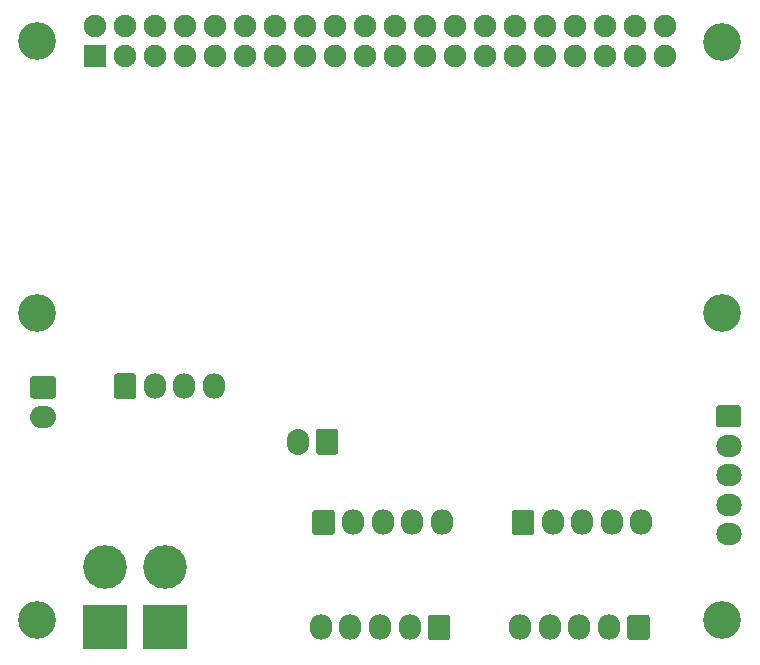
<source format=gbr>
G04 #@! TF.GenerationSoftware,KiCad,Pcbnew,(5.1.5)-3*
G04 #@! TF.CreationDate,2020-02-23T12:43:37-05:00*
G04 #@! TF.ProjectId,Zynth-encoder_power_display_fan,5a796e74-682d-4656-9e63-6f6465725f70,rev?*
G04 #@! TF.SameCoordinates,Original*
G04 #@! TF.FileFunction,Soldermask,Bot*
G04 #@! TF.FilePolarity,Negative*
%FSLAX46Y46*%
G04 Gerber Fmt 4.6, Leading zero omitted, Abs format (unit mm)*
G04 Created by KiCad (PCBNEW (5.1.5)-3) date 2020-02-23 12:43:37*
%MOMM*%
%LPD*%
G04 APERTURE LIST*
%ADD10O,1.900000X2.150000*%
%ADD11C,0.150000*%
%ADD12O,2.150000X1.900000*%
%ADD13O,1.900000X2.200000*%
%ADD14O,2.200000X1.900000*%
%ADD15C,3.200000*%
%ADD16C,3.700120*%
%ADD17R,3.700120X3.700120*%
%ADD18R,1.900000X1.900000*%
%ADD19O,1.900000X1.900000*%
G04 APERTURE END LIST*
D10*
G04 #@! TO.C,PWR1*
X97000000Y-93500000D03*
X94500000Y-93500000D03*
X92000000Y-93500000D03*
D11*
G36*
X90197975Y-92426345D02*
G01*
X90225099Y-92430369D01*
X90251697Y-92437031D01*
X90277514Y-92446269D01*
X90302302Y-92457993D01*
X90325821Y-92472089D01*
X90347845Y-92488424D01*
X90368162Y-92506838D01*
X90386576Y-92527155D01*
X90402911Y-92549179D01*
X90417007Y-92572698D01*
X90428731Y-92597486D01*
X90437969Y-92623303D01*
X90444631Y-92649901D01*
X90448655Y-92677025D01*
X90450000Y-92704412D01*
X90450000Y-94295588D01*
X90448655Y-94322975D01*
X90444631Y-94350099D01*
X90437969Y-94376697D01*
X90428731Y-94402514D01*
X90417007Y-94427302D01*
X90402911Y-94450821D01*
X90386576Y-94472845D01*
X90368162Y-94493162D01*
X90347845Y-94511576D01*
X90325821Y-94527911D01*
X90302302Y-94542007D01*
X90277514Y-94553731D01*
X90251697Y-94562969D01*
X90225099Y-94569631D01*
X90197975Y-94573655D01*
X90170588Y-94575000D01*
X88829412Y-94575000D01*
X88802025Y-94573655D01*
X88774901Y-94569631D01*
X88748303Y-94562969D01*
X88722486Y-94553731D01*
X88697698Y-94542007D01*
X88674179Y-94527911D01*
X88652155Y-94511576D01*
X88631838Y-94493162D01*
X88613424Y-94472845D01*
X88597089Y-94450821D01*
X88582993Y-94427302D01*
X88571269Y-94402514D01*
X88562031Y-94376697D01*
X88555369Y-94350099D01*
X88551345Y-94322975D01*
X88550000Y-94295588D01*
X88550000Y-92704412D01*
X88551345Y-92677025D01*
X88555369Y-92649901D01*
X88562031Y-92623303D01*
X88571269Y-92597486D01*
X88582993Y-92572698D01*
X88597089Y-92549179D01*
X88613424Y-92527155D01*
X88631838Y-92506838D01*
X88652155Y-92488424D01*
X88674179Y-92472089D01*
X88697698Y-92457993D01*
X88722486Y-92446269D01*
X88748303Y-92437031D01*
X88774901Y-92430369D01*
X88802025Y-92426345D01*
X88829412Y-92425000D01*
X90170588Y-92425000D01*
X90197975Y-92426345D01*
G37*
G04 #@! TD*
G04 #@! TO.C,E5*
G36*
X141411975Y-95103345D02*
G01*
X141439099Y-95107369D01*
X141465697Y-95114031D01*
X141491514Y-95123269D01*
X141516302Y-95134993D01*
X141539821Y-95149089D01*
X141561845Y-95165424D01*
X141582162Y-95183838D01*
X141600576Y-95204155D01*
X141616911Y-95226179D01*
X141631007Y-95249698D01*
X141642731Y-95274486D01*
X141651969Y-95300303D01*
X141658631Y-95326901D01*
X141662655Y-95354025D01*
X141664000Y-95381412D01*
X141664000Y-96722588D01*
X141662655Y-96749975D01*
X141658631Y-96777099D01*
X141651969Y-96803697D01*
X141642731Y-96829514D01*
X141631007Y-96854302D01*
X141616911Y-96877821D01*
X141600576Y-96899845D01*
X141582162Y-96920162D01*
X141561845Y-96938576D01*
X141539821Y-96954911D01*
X141516302Y-96969007D01*
X141491514Y-96980731D01*
X141465697Y-96989969D01*
X141439099Y-96996631D01*
X141411975Y-97000655D01*
X141384588Y-97002000D01*
X139793412Y-97002000D01*
X139766025Y-97000655D01*
X139738901Y-96996631D01*
X139712303Y-96989969D01*
X139686486Y-96980731D01*
X139661698Y-96969007D01*
X139638179Y-96954911D01*
X139616155Y-96938576D01*
X139595838Y-96920162D01*
X139577424Y-96899845D01*
X139561089Y-96877821D01*
X139546993Y-96854302D01*
X139535269Y-96829514D01*
X139526031Y-96803697D01*
X139519369Y-96777099D01*
X139515345Y-96749975D01*
X139514000Y-96722588D01*
X139514000Y-95381412D01*
X139515345Y-95354025D01*
X139519369Y-95326901D01*
X139526031Y-95300303D01*
X139535269Y-95274486D01*
X139546993Y-95249698D01*
X139561089Y-95226179D01*
X139577424Y-95204155D01*
X139595838Y-95183838D01*
X139616155Y-95165424D01*
X139638179Y-95149089D01*
X139661698Y-95134993D01*
X139686486Y-95123269D01*
X139712303Y-95114031D01*
X139738901Y-95107369D01*
X139766025Y-95103345D01*
X139793412Y-95102000D01*
X141384588Y-95102000D01*
X141411975Y-95103345D01*
G37*
D12*
X140589000Y-98552000D03*
X140589000Y-101052000D03*
X140589000Y-103552000D03*
X140589000Y-106052000D03*
G04 #@! TD*
D13*
G04 #@! TO.C,PWR3*
X104100000Y-98200000D03*
D11*
G36*
X107297975Y-97101345D02*
G01*
X107325099Y-97105369D01*
X107351697Y-97112031D01*
X107377514Y-97121269D01*
X107402302Y-97132993D01*
X107425821Y-97147089D01*
X107447845Y-97163424D01*
X107468162Y-97181838D01*
X107486576Y-97202155D01*
X107502911Y-97224179D01*
X107517007Y-97247698D01*
X107528731Y-97272486D01*
X107537969Y-97298303D01*
X107544631Y-97324901D01*
X107548655Y-97352025D01*
X107550000Y-97379412D01*
X107550000Y-99020588D01*
X107548655Y-99047975D01*
X107544631Y-99075099D01*
X107537969Y-99101697D01*
X107528731Y-99127514D01*
X107517007Y-99152302D01*
X107502911Y-99175821D01*
X107486576Y-99197845D01*
X107468162Y-99218162D01*
X107447845Y-99236576D01*
X107425821Y-99252911D01*
X107402302Y-99267007D01*
X107377514Y-99278731D01*
X107351697Y-99287969D01*
X107325099Y-99294631D01*
X107297975Y-99298655D01*
X107270588Y-99300000D01*
X105929412Y-99300000D01*
X105902025Y-99298655D01*
X105874901Y-99294631D01*
X105848303Y-99287969D01*
X105822486Y-99278731D01*
X105797698Y-99267007D01*
X105774179Y-99252911D01*
X105752155Y-99236576D01*
X105731838Y-99218162D01*
X105713424Y-99197845D01*
X105697089Y-99175821D01*
X105682993Y-99152302D01*
X105671269Y-99127514D01*
X105662031Y-99101697D01*
X105655369Y-99075099D01*
X105651345Y-99047975D01*
X105650000Y-99020588D01*
X105650000Y-97379412D01*
X105651345Y-97352025D01*
X105655369Y-97324901D01*
X105662031Y-97298303D01*
X105671269Y-97272486D01*
X105682993Y-97247698D01*
X105697089Y-97224179D01*
X105713424Y-97202155D01*
X105731838Y-97181838D01*
X105752155Y-97163424D01*
X105774179Y-97147089D01*
X105797698Y-97132993D01*
X105822486Y-97121269D01*
X105848303Y-97112031D01*
X105874901Y-97105369D01*
X105902025Y-97101345D01*
X105929412Y-97100000D01*
X107270588Y-97100000D01*
X107297975Y-97101345D01*
G37*
G04 #@! TD*
D10*
G04 #@! TO.C,E4*
X133190000Y-105029000D03*
X130690000Y-105029000D03*
X128190000Y-105029000D03*
X125690000Y-105029000D03*
D11*
G36*
X123887975Y-103955345D02*
G01*
X123915099Y-103959369D01*
X123941697Y-103966031D01*
X123967514Y-103975269D01*
X123992302Y-103986993D01*
X124015821Y-104001089D01*
X124037845Y-104017424D01*
X124058162Y-104035838D01*
X124076576Y-104056155D01*
X124092911Y-104078179D01*
X124107007Y-104101698D01*
X124118731Y-104126486D01*
X124127969Y-104152303D01*
X124134631Y-104178901D01*
X124138655Y-104206025D01*
X124140000Y-104233412D01*
X124140000Y-105824588D01*
X124138655Y-105851975D01*
X124134631Y-105879099D01*
X124127969Y-105905697D01*
X124118731Y-105931514D01*
X124107007Y-105956302D01*
X124092911Y-105979821D01*
X124076576Y-106001845D01*
X124058162Y-106022162D01*
X124037845Y-106040576D01*
X124015821Y-106056911D01*
X123992302Y-106071007D01*
X123967514Y-106082731D01*
X123941697Y-106091969D01*
X123915099Y-106098631D01*
X123887975Y-106102655D01*
X123860588Y-106104000D01*
X122519412Y-106104000D01*
X122492025Y-106102655D01*
X122464901Y-106098631D01*
X122438303Y-106091969D01*
X122412486Y-106082731D01*
X122387698Y-106071007D01*
X122364179Y-106056911D01*
X122342155Y-106040576D01*
X122321838Y-106022162D01*
X122303424Y-106001845D01*
X122287089Y-105979821D01*
X122272993Y-105956302D01*
X122261269Y-105931514D01*
X122252031Y-105905697D01*
X122245369Y-105879099D01*
X122241345Y-105851975D01*
X122240000Y-105824588D01*
X122240000Y-104233412D01*
X122241345Y-104206025D01*
X122245369Y-104178901D01*
X122252031Y-104152303D01*
X122261269Y-104126486D01*
X122272993Y-104101698D01*
X122287089Y-104078179D01*
X122303424Y-104056155D01*
X122321838Y-104035838D01*
X122342155Y-104017424D01*
X122364179Y-104001089D01*
X122387698Y-103986993D01*
X122412486Y-103975269D01*
X122438303Y-103966031D01*
X122464901Y-103959369D01*
X122492025Y-103955345D01*
X122519412Y-103954000D01*
X123860588Y-103954000D01*
X123887975Y-103955345D01*
G37*
G04 #@! TD*
D10*
G04 #@! TO.C,E3*
X116299000Y-105029000D03*
X113799000Y-105029000D03*
X111299000Y-105029000D03*
X108799000Y-105029000D03*
D11*
G36*
X106996975Y-103955345D02*
G01*
X107024099Y-103959369D01*
X107050697Y-103966031D01*
X107076514Y-103975269D01*
X107101302Y-103986993D01*
X107124821Y-104001089D01*
X107146845Y-104017424D01*
X107167162Y-104035838D01*
X107185576Y-104056155D01*
X107201911Y-104078179D01*
X107216007Y-104101698D01*
X107227731Y-104126486D01*
X107236969Y-104152303D01*
X107243631Y-104178901D01*
X107247655Y-104206025D01*
X107249000Y-104233412D01*
X107249000Y-105824588D01*
X107247655Y-105851975D01*
X107243631Y-105879099D01*
X107236969Y-105905697D01*
X107227731Y-105931514D01*
X107216007Y-105956302D01*
X107201911Y-105979821D01*
X107185576Y-106001845D01*
X107167162Y-106022162D01*
X107146845Y-106040576D01*
X107124821Y-106056911D01*
X107101302Y-106071007D01*
X107076514Y-106082731D01*
X107050697Y-106091969D01*
X107024099Y-106098631D01*
X106996975Y-106102655D01*
X106969588Y-106104000D01*
X105628412Y-106104000D01*
X105601025Y-106102655D01*
X105573901Y-106098631D01*
X105547303Y-106091969D01*
X105521486Y-106082731D01*
X105496698Y-106071007D01*
X105473179Y-106056911D01*
X105451155Y-106040576D01*
X105430838Y-106022162D01*
X105412424Y-106001845D01*
X105396089Y-105979821D01*
X105381993Y-105956302D01*
X105370269Y-105931514D01*
X105361031Y-105905697D01*
X105354369Y-105879099D01*
X105350345Y-105851975D01*
X105349000Y-105824588D01*
X105349000Y-104233412D01*
X105350345Y-104206025D01*
X105354369Y-104178901D01*
X105361031Y-104152303D01*
X105370269Y-104126486D01*
X105381993Y-104101698D01*
X105396089Y-104078179D01*
X105412424Y-104056155D01*
X105430838Y-104035838D01*
X105451155Y-104017424D01*
X105473179Y-104001089D01*
X105496698Y-103986993D01*
X105521486Y-103975269D01*
X105547303Y-103966031D01*
X105573901Y-103959369D01*
X105601025Y-103955345D01*
X105628412Y-103954000D01*
X106969588Y-103954000D01*
X106996975Y-103955345D01*
G37*
G04 #@! TD*
D10*
G04 #@! TO.C,E2*
X122969000Y-113919000D03*
X125469000Y-113919000D03*
X127969000Y-113919000D03*
X130469000Y-113919000D03*
D11*
G36*
X133666975Y-112845345D02*
G01*
X133694099Y-112849369D01*
X133720697Y-112856031D01*
X133746514Y-112865269D01*
X133771302Y-112876993D01*
X133794821Y-112891089D01*
X133816845Y-112907424D01*
X133837162Y-112925838D01*
X133855576Y-112946155D01*
X133871911Y-112968179D01*
X133886007Y-112991698D01*
X133897731Y-113016486D01*
X133906969Y-113042303D01*
X133913631Y-113068901D01*
X133917655Y-113096025D01*
X133919000Y-113123412D01*
X133919000Y-114714588D01*
X133917655Y-114741975D01*
X133913631Y-114769099D01*
X133906969Y-114795697D01*
X133897731Y-114821514D01*
X133886007Y-114846302D01*
X133871911Y-114869821D01*
X133855576Y-114891845D01*
X133837162Y-114912162D01*
X133816845Y-114930576D01*
X133794821Y-114946911D01*
X133771302Y-114961007D01*
X133746514Y-114972731D01*
X133720697Y-114981969D01*
X133694099Y-114988631D01*
X133666975Y-114992655D01*
X133639588Y-114994000D01*
X132298412Y-114994000D01*
X132271025Y-114992655D01*
X132243901Y-114988631D01*
X132217303Y-114981969D01*
X132191486Y-114972731D01*
X132166698Y-114961007D01*
X132143179Y-114946911D01*
X132121155Y-114930576D01*
X132100838Y-114912162D01*
X132082424Y-114891845D01*
X132066089Y-114869821D01*
X132051993Y-114846302D01*
X132040269Y-114821514D01*
X132031031Y-114795697D01*
X132024369Y-114769099D01*
X132020345Y-114741975D01*
X132019000Y-114714588D01*
X132019000Y-113123412D01*
X132020345Y-113096025D01*
X132024369Y-113068901D01*
X132031031Y-113042303D01*
X132040269Y-113016486D01*
X132051993Y-112991698D01*
X132066089Y-112968179D01*
X132082424Y-112946155D01*
X132100838Y-112925838D01*
X132121155Y-112907424D01*
X132143179Y-112891089D01*
X132166698Y-112876993D01*
X132191486Y-112865269D01*
X132217303Y-112856031D01*
X132243901Y-112849369D01*
X132271025Y-112845345D01*
X132298412Y-112844000D01*
X133639588Y-112844000D01*
X133666975Y-112845345D01*
G37*
G04 #@! TD*
D10*
G04 #@! TO.C,E1*
X106078000Y-113919000D03*
X108578000Y-113919000D03*
X111078000Y-113919000D03*
X113578000Y-113919000D03*
D11*
G36*
X116775975Y-112845345D02*
G01*
X116803099Y-112849369D01*
X116829697Y-112856031D01*
X116855514Y-112865269D01*
X116880302Y-112876993D01*
X116903821Y-112891089D01*
X116925845Y-112907424D01*
X116946162Y-112925838D01*
X116964576Y-112946155D01*
X116980911Y-112968179D01*
X116995007Y-112991698D01*
X117006731Y-113016486D01*
X117015969Y-113042303D01*
X117022631Y-113068901D01*
X117026655Y-113096025D01*
X117028000Y-113123412D01*
X117028000Y-114714588D01*
X117026655Y-114741975D01*
X117022631Y-114769099D01*
X117015969Y-114795697D01*
X117006731Y-114821514D01*
X116995007Y-114846302D01*
X116980911Y-114869821D01*
X116964576Y-114891845D01*
X116946162Y-114912162D01*
X116925845Y-114930576D01*
X116903821Y-114946911D01*
X116880302Y-114961007D01*
X116855514Y-114972731D01*
X116829697Y-114981969D01*
X116803099Y-114988631D01*
X116775975Y-114992655D01*
X116748588Y-114994000D01*
X115407412Y-114994000D01*
X115380025Y-114992655D01*
X115352901Y-114988631D01*
X115326303Y-114981969D01*
X115300486Y-114972731D01*
X115275698Y-114961007D01*
X115252179Y-114946911D01*
X115230155Y-114930576D01*
X115209838Y-114912162D01*
X115191424Y-114891845D01*
X115175089Y-114869821D01*
X115160993Y-114846302D01*
X115149269Y-114821514D01*
X115140031Y-114795697D01*
X115133369Y-114769099D01*
X115129345Y-114741975D01*
X115128000Y-114714588D01*
X115128000Y-113123412D01*
X115129345Y-113096025D01*
X115133369Y-113068901D01*
X115140031Y-113042303D01*
X115149269Y-113016486D01*
X115160993Y-112991698D01*
X115175089Y-112968179D01*
X115191424Y-112946155D01*
X115209838Y-112925838D01*
X115230155Y-112907424D01*
X115252179Y-112891089D01*
X115275698Y-112876993D01*
X115300486Y-112865269D01*
X115326303Y-112856031D01*
X115352901Y-112849369D01*
X115380025Y-112845345D01*
X115407412Y-112844000D01*
X116748588Y-112844000D01*
X116775975Y-112845345D01*
G37*
G04 #@! TD*
D14*
G04 #@! TO.C,PWR2*
X82550000Y-96099000D03*
D11*
G36*
X83397975Y-92650345D02*
G01*
X83425099Y-92654369D01*
X83451697Y-92661031D01*
X83477514Y-92670269D01*
X83502302Y-92681993D01*
X83525821Y-92696089D01*
X83547845Y-92712424D01*
X83568162Y-92730838D01*
X83586576Y-92751155D01*
X83602911Y-92773179D01*
X83617007Y-92796698D01*
X83628731Y-92821486D01*
X83637969Y-92847303D01*
X83644631Y-92873901D01*
X83648655Y-92901025D01*
X83650000Y-92928412D01*
X83650000Y-94269588D01*
X83648655Y-94296975D01*
X83644631Y-94324099D01*
X83637969Y-94350697D01*
X83628731Y-94376514D01*
X83617007Y-94401302D01*
X83602911Y-94424821D01*
X83586576Y-94446845D01*
X83568162Y-94467162D01*
X83547845Y-94485576D01*
X83525821Y-94501911D01*
X83502302Y-94516007D01*
X83477514Y-94527731D01*
X83451697Y-94536969D01*
X83425099Y-94543631D01*
X83397975Y-94547655D01*
X83370588Y-94549000D01*
X81729412Y-94549000D01*
X81702025Y-94547655D01*
X81674901Y-94543631D01*
X81648303Y-94536969D01*
X81622486Y-94527731D01*
X81597698Y-94516007D01*
X81574179Y-94501911D01*
X81552155Y-94485576D01*
X81531838Y-94467162D01*
X81513424Y-94446845D01*
X81497089Y-94424821D01*
X81482993Y-94401302D01*
X81471269Y-94376514D01*
X81462031Y-94350697D01*
X81455369Y-94324099D01*
X81451345Y-94296975D01*
X81450000Y-94269588D01*
X81450000Y-92928412D01*
X81451345Y-92901025D01*
X81455369Y-92873901D01*
X81462031Y-92847303D01*
X81471269Y-92821486D01*
X81482993Y-92796698D01*
X81497089Y-92773179D01*
X81513424Y-92751155D01*
X81531838Y-92730838D01*
X81552155Y-92712424D01*
X81574179Y-92696089D01*
X81597698Y-92681993D01*
X81622486Y-92670269D01*
X81648303Y-92661031D01*
X81674901Y-92654369D01*
X81702025Y-92650345D01*
X81729412Y-92649000D01*
X83370588Y-92649000D01*
X83397975Y-92650345D01*
G37*
G04 #@! TD*
D15*
G04 #@! TO.C,H6*
X140040000Y-87330000D03*
G04 #@! TD*
G04 #@! TO.C,H5*
X82040000Y-87310000D03*
G04 #@! TD*
D16*
G04 #@! TO.C,+5V_in1*
X92837000Y-108839000D03*
D17*
X92837000Y-113919000D03*
G04 #@! TD*
D16*
G04 #@! TO.C,GND_in1*
X87757000Y-108839000D03*
D17*
X87757000Y-113919000D03*
G04 #@! TD*
D18*
G04 #@! TO.C,J3*
X86920000Y-65590000D03*
D19*
X86920000Y-63050000D03*
X89460000Y-65590000D03*
X89460000Y-63050000D03*
X92000000Y-65590000D03*
X92000000Y-63050000D03*
X94540000Y-65590000D03*
X94540000Y-63050000D03*
X97080000Y-65590000D03*
X97080000Y-63050000D03*
X99620000Y-65590000D03*
X99620000Y-63050000D03*
X102160000Y-65590000D03*
X102160000Y-63050000D03*
X104700000Y-65590000D03*
X104700000Y-63050000D03*
X107240000Y-65590000D03*
X107240000Y-63050000D03*
X109780000Y-65590000D03*
X109780000Y-63050000D03*
X112320000Y-65590000D03*
X112320000Y-63050000D03*
X114860000Y-65590000D03*
X114860000Y-63050000D03*
X117400000Y-65590000D03*
X117400000Y-63050000D03*
X119940000Y-65590000D03*
X119940000Y-63050000D03*
X122480000Y-65590000D03*
X122480000Y-63050000D03*
X125020000Y-65590000D03*
X125020000Y-63050000D03*
X127560000Y-65590000D03*
X127560000Y-63050000D03*
X130100000Y-65590000D03*
X130100000Y-63050000D03*
X132640000Y-65590000D03*
X132640000Y-63050000D03*
X135180000Y-65590000D03*
X135180000Y-63050000D03*
G04 #@! TD*
D15*
G04 #@! TO.C,H1*
X82040000Y-64310000D03*
G04 #@! TD*
G04 #@! TO.C,H2*
X140040000Y-64330000D03*
G04 #@! TD*
G04 #@! TO.C,H3*
X82040000Y-113320000D03*
G04 #@! TD*
G04 #@! TO.C,H4*
X140030000Y-113310000D03*
G04 #@! TD*
M02*

</source>
